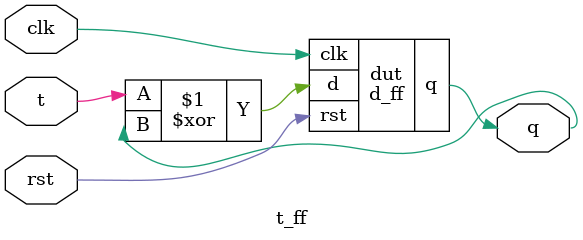
<source format=v>
module d_ff(output reg q,input wire d,rst,clk);
always @(posedge clk or posedge rst) begin
    if (rst)
        q <=0;
    else
        q<=d;
end
endmodule
module t_ff(input t,clk,rst, output q);
  d_ff dut (.clk(clk), .rst(rst), .d(t^q), .q(q));
endmodule

</source>
